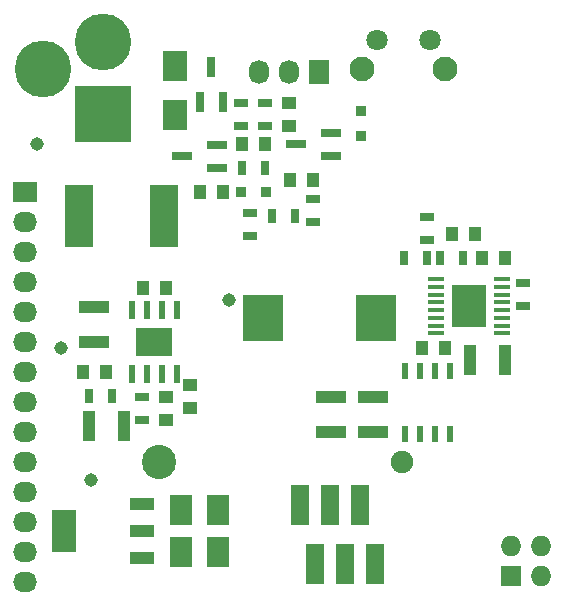
<source format=gts>
G04 #@! TF.FileFunction,Soldermask,Top*
%FSLAX46Y46*%
G04 Gerber Fmt 4.6, Leading zero omitted, Abs format (unit mm)*
G04 Created by KiCad (PCBNEW 4.0.2-4+6225~38~ubuntu14.04.1-stable) date Fri 18 Mar 2016 20:19:54 GMT*
%MOMM*%
G01*
G04 APERTURE LIST*
%ADD10C,0.100000*%
%ADD11R,2.029460X2.651760*%
%ADD12C,2.900000*%
%ADD13C,1.900000*%
%ADD14R,3.500000X4.000000*%
%ADD15R,2.413000X5.334000*%
%ADD16C,4.800600*%
%ADD17R,4.800600X4.800600*%
%ADD18R,1.500000X3.500000*%
%ADD19R,1.727200X2.032000*%
%ADD20O,1.727200X2.032000*%
%ADD21C,1.800000*%
%ADD22C,2.100000*%
%ADD23R,2.032000X3.657600*%
%ADD24R,2.032000X1.016000*%
%ADD25R,1.250000X1.000000*%
%ADD26R,1.300000X0.700000*%
%ADD27R,1.000000X2.500000*%
%ADD28R,0.700000X1.300000*%
%ADD29R,2.500000X1.000000*%
%ADD30R,1.000000X1.250000*%
%ADD31R,1.950720X2.499360*%
%ADD32R,0.600000X1.600000*%
%ADD33R,3.100000X2.400000*%
%ADD34C,1.143000*%
%ADD35R,1.400000X0.400000*%
%ADD36R,3.000000X3.600000*%
%ADD37R,0.599440X1.399540*%
%ADD38R,0.800100X1.800860*%
%ADD39R,1.800860X0.800100*%
%ADD40R,2.032000X1.727200*%
%ADD41O,2.032000X1.727200*%
%ADD42R,1.727200X1.727200*%
%ADD43O,1.727200X1.727200*%
%ADD44R,0.900000X0.900000*%
G04 APERTURE END LIST*
D10*
D11*
X116840000Y-108765340D03*
X116840000Y-104594660D03*
D12*
X115484000Y-138176000D03*
D13*
X135984000Y-138176000D03*
D14*
X133782000Y-125984000D03*
X124282000Y-125984000D03*
D15*
X115887500Y-117348000D03*
X108648500Y-117348000D03*
D16*
X110744000Y-102616000D03*
D17*
X110744000Y-108712000D03*
D16*
X105664000Y-104902000D03*
D18*
X127381000Y-141772000D03*
X128651000Y-146772000D03*
X129921000Y-141772000D03*
X131191000Y-146772000D03*
X132461000Y-141772000D03*
X133731000Y-146772000D03*
D19*
X129032000Y-105156000D03*
D20*
X126492000Y-105156000D03*
X123952000Y-105156000D03*
D21*
X138394000Y-102382000D03*
X133894000Y-102382000D03*
D22*
X139644000Y-104882000D03*
X132644000Y-104882000D03*
D23*
X107442000Y-144018000D03*
D24*
X114046000Y-144018000D03*
X114046000Y-141732000D03*
X114046000Y-146304000D03*
D25*
X118110000Y-131588000D03*
X118110000Y-133588000D03*
X116078000Y-132604000D03*
X116078000Y-134604000D03*
D26*
X114046000Y-132654000D03*
X114046000Y-134554000D03*
D27*
X109498000Y-135128000D03*
X112498000Y-135128000D03*
D28*
X109540000Y-132588000D03*
X111440000Y-132588000D03*
D29*
X109982000Y-124992000D03*
X109982000Y-127992000D03*
D30*
X108982000Y-130556000D03*
X110982000Y-130556000D03*
X124444000Y-111252000D03*
X122444000Y-111252000D03*
D25*
X126492000Y-109712000D03*
X126492000Y-107712000D03*
D30*
X118888000Y-115316000D03*
X120888000Y-115316000D03*
X126508000Y-114300000D03*
X128508000Y-114300000D03*
D27*
X144756000Y-129540000D03*
X141756000Y-129540000D03*
D31*
X120421400Y-142240000D03*
X117322600Y-142240000D03*
D30*
X144764000Y-120904000D03*
X142764000Y-120904000D03*
D31*
X120421400Y-145796000D03*
X117322600Y-145796000D03*
D30*
X142224000Y-118872000D03*
X140224000Y-118872000D03*
X139684000Y-128524000D03*
X137684000Y-128524000D03*
D29*
X130048000Y-132612000D03*
X130048000Y-135612000D03*
X133604000Y-132612000D03*
X133604000Y-135612000D03*
D30*
X116062000Y-123444000D03*
X114062000Y-123444000D03*
D26*
X122428000Y-107762000D03*
X122428000Y-109662000D03*
X124460000Y-107762000D03*
X124460000Y-109662000D03*
D28*
X124394000Y-113284000D03*
X122494000Y-113284000D03*
D26*
X128524000Y-115890000D03*
X128524000Y-117790000D03*
D28*
X125034000Y-117348000D03*
X126934000Y-117348000D03*
D26*
X146304000Y-123002000D03*
X146304000Y-124902000D03*
D28*
X141158000Y-120904000D03*
X139258000Y-120904000D03*
X136210000Y-120904000D03*
X138110000Y-120904000D03*
D26*
X138176000Y-119314000D03*
X138176000Y-117414000D03*
D32*
X113187000Y-125316000D03*
X113187000Y-130716000D03*
X114437000Y-125316000D03*
X115687000Y-125316000D03*
X116937000Y-125316000D03*
X114437000Y-130716000D03*
X115687000Y-130716000D03*
X116937000Y-130716000D03*
D33*
X115062000Y-128016000D03*
D34*
X105156000Y-111252000D03*
X121412000Y-124460000D03*
X109728000Y-139700000D03*
X107188000Y-128524000D03*
D35*
X144526000Y-127228600D03*
X144526000Y-126593600D03*
X144526000Y-125933200D03*
X144526000Y-125298200D03*
X144526000Y-124637800D03*
X144526000Y-123990100D03*
X144526000Y-123342400D03*
X144526000Y-122694700D03*
X138938000Y-122694700D03*
X138938000Y-123342400D03*
X138938000Y-123990100D03*
X138938000Y-124637800D03*
X138938000Y-125298200D03*
X138938000Y-125945900D03*
X138938000Y-126593600D03*
X138938000Y-127241300D03*
D36*
X141732000Y-124968000D03*
D37*
X136271000Y-130429000D03*
X136271000Y-135763000D03*
X137541000Y-130429000D03*
X138811000Y-130429000D03*
X140081000Y-130429000D03*
X137541000Y-135763000D03*
X138811000Y-135763000D03*
X140081000Y-135763000D03*
D38*
X118938000Y-107673140D03*
X120838000Y-107673140D03*
X119888000Y-104670860D03*
D39*
X120373140Y-113218000D03*
X120373140Y-111318000D03*
X117370860Y-112268000D03*
X130025140Y-112202000D03*
X130025140Y-110302000D03*
X127022860Y-111252000D03*
D40*
X104140000Y-115316000D03*
D41*
X104140000Y-117856000D03*
X104140000Y-120396000D03*
X104140000Y-122936000D03*
X104140000Y-125476000D03*
X104140000Y-128016000D03*
X104140000Y-130556000D03*
X104140000Y-133096000D03*
X104140000Y-135636000D03*
X104140000Y-138176000D03*
X104140000Y-140716000D03*
X104140000Y-143256000D03*
X104140000Y-145796000D03*
X104140000Y-148336000D03*
D42*
X145288000Y-147828000D03*
D43*
X145288000Y-145288000D03*
X147828000Y-147828000D03*
X147828000Y-145288000D03*
D26*
X123190000Y-117094000D03*
X123190000Y-118994000D03*
D44*
X132588000Y-108419000D03*
X132588000Y-110529000D03*
X122389000Y-115316000D03*
X124499000Y-115316000D03*
M02*

</source>
